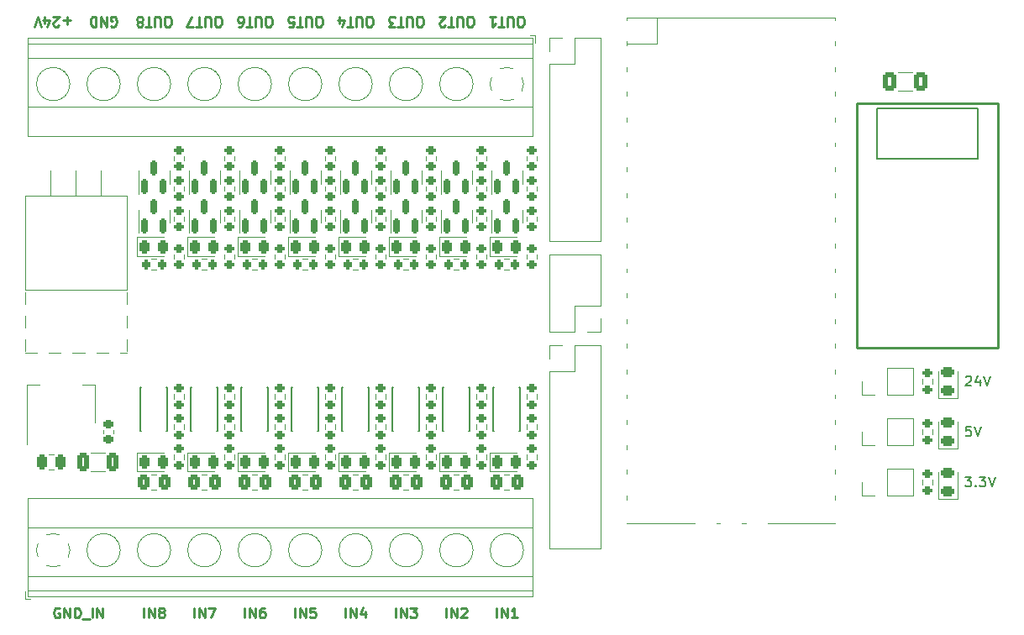
<source format=gbr>
%TF.GenerationSoftware,KiCad,Pcbnew,(6.0.11)*%
%TF.CreationDate,2023-03-20T13:43:10+01:00*%
%TF.ProjectId,Triggerbox_Deluxe,54726967-6765-4726-926f-785f44656c75,rev?*%
%TF.SameCoordinates,Original*%
%TF.FileFunction,Legend,Top*%
%TF.FilePolarity,Positive*%
%FSLAX46Y46*%
G04 Gerber Fmt 4.6, Leading zero omitted, Abs format (unit mm)*
G04 Created by KiCad (PCBNEW (6.0.11)) date 2023-03-20 13:43:10*
%MOMM*%
%LPD*%
G01*
G04 APERTURE LIST*
G04 Aperture macros list*
%AMRoundRect*
0 Rectangle with rounded corners*
0 $1 Rounding radius*
0 $2 $3 $4 $5 $6 $7 $8 $9 X,Y pos of 4 corners*
0 Add a 4 corners polygon primitive as box body*
4,1,4,$2,$3,$4,$5,$6,$7,$8,$9,$2,$3,0*
0 Add four circle primitives for the rounded corners*
1,1,$1+$1,$2,$3*
1,1,$1+$1,$4,$5*
1,1,$1+$1,$6,$7*
1,1,$1+$1,$8,$9*
0 Add four rect primitives between the rounded corners*
20,1,$1+$1,$2,$3,$4,$5,0*
20,1,$1+$1,$4,$5,$6,$7,0*
20,1,$1+$1,$6,$7,$8,$9,0*
20,1,$1+$1,$8,$9,$2,$3,0*%
G04 Aperture macros list end*
%ADD10C,0.250000*%
%ADD11C,0.150000*%
%ADD12C,0.120000*%
%ADD13C,0.127000*%
%ADD14C,0.200000*%
%ADD15C,0.152400*%
%ADD16C,0.254000*%
%ADD17R,1.727200X1.727200*%
%ADD18O,1.727200X1.727200*%
%ADD19RoundRect,0.200000X-0.275000X0.200000X-0.275000X-0.200000X0.275000X-0.200000X0.275000X0.200000X0*%
%ADD20C,5.600000*%
%ADD21R,0.600000X1.500000*%
%ADD22RoundRect,0.243750X-0.243750X-0.456250X0.243750X-0.456250X0.243750X0.456250X-0.243750X0.456250X0*%
%ADD23RoundRect,0.200000X0.275000X-0.200000X0.275000X0.200000X-0.275000X0.200000X-0.275000X-0.200000X0*%
%ADD24R,1.700000X1.700000*%
%ADD25O,1.700000X1.700000*%
%ADD26RoundRect,0.200000X0.200000X0.275000X-0.200000X0.275000X-0.200000X-0.275000X0.200000X-0.275000X0*%
%ADD27RoundRect,0.243750X0.456250X-0.243750X0.456250X0.243750X-0.456250X0.243750X-0.456250X-0.243750X0*%
%ADD28RoundRect,0.250000X0.337500X0.475000X-0.337500X0.475000X-0.337500X-0.475000X0.337500X-0.475000X0*%
%ADD29RoundRect,0.150000X0.150000X-0.587500X0.150000X0.587500X-0.150000X0.587500X-0.150000X-0.587500X0*%
%ADD30O,3.500000X3.500000*%
%ADD31R,1.905000X2.000000*%
%ADD32O,1.905000X2.000000*%
%ADD33O,1.500000X1.500000*%
%ADD34O,1.800000X1.800000*%
%ADD35R,3.500000X1.700000*%
%ADD36R,1.700000X3.500000*%
%ADD37RoundRect,0.250000X0.250000X0.475000X-0.250000X0.475000X-0.250000X-0.475000X0.250000X-0.475000X0*%
%ADD38RoundRect,0.250000X-0.412500X-0.650000X0.412500X-0.650000X0.412500X0.650000X-0.412500X0.650000X0*%
%ADD39RoundRect,0.250000X-0.325000X-0.650000X0.325000X-0.650000X0.325000X0.650000X-0.325000X0.650000X0*%
%ADD40R,2.600000X2.600000*%
%ADD41C,2.600000*%
%ADD42RoundRect,0.225000X0.250000X-0.225000X0.250000X0.225000X-0.250000X0.225000X-0.250000X-0.225000X0*%
%ADD43R,1.500000X2.000000*%
%ADD44R,3.800000X2.000000*%
G04 APERTURE END LIST*
D10*
X56133904Y-68318000D02*
X56229142Y-68365619D01*
X56372000Y-68365619D01*
X56514857Y-68318000D01*
X56610095Y-68222761D01*
X56657714Y-68127523D01*
X56705333Y-67937047D01*
X56705333Y-67794190D01*
X56657714Y-67603714D01*
X56610095Y-67508476D01*
X56514857Y-67413238D01*
X56372000Y-67365619D01*
X56276761Y-67365619D01*
X56133904Y-67413238D01*
X56086285Y-67460857D01*
X56086285Y-67794190D01*
X56276761Y-67794190D01*
X55657714Y-67365619D02*
X55657714Y-68365619D01*
X55086285Y-67365619D01*
X55086285Y-68365619D01*
X54610095Y-67365619D02*
X54610095Y-68365619D01*
X54372000Y-68365619D01*
X54229142Y-68318000D01*
X54133904Y-68222761D01*
X54086285Y-68127523D01*
X54038666Y-67937047D01*
X54038666Y-67794190D01*
X54086285Y-67603714D01*
X54133904Y-67508476D01*
X54229142Y-67413238D01*
X54372000Y-67365619D01*
X54610095Y-67365619D01*
D11*
X142226357Y-113752380D02*
X142845404Y-113752380D01*
X142512071Y-114133333D01*
X142654928Y-114133333D01*
X142750166Y-114180952D01*
X142797785Y-114228571D01*
X142845404Y-114323809D01*
X142845404Y-114561904D01*
X142797785Y-114657142D01*
X142750166Y-114704761D01*
X142654928Y-114752380D01*
X142369214Y-114752380D01*
X142273976Y-114704761D01*
X142226357Y-114657142D01*
X143273976Y-114657142D02*
X143321595Y-114704761D01*
X143273976Y-114752380D01*
X143226357Y-114704761D01*
X143273976Y-114657142D01*
X143273976Y-114752380D01*
X143654928Y-113752380D02*
X144273976Y-113752380D01*
X143940642Y-114133333D01*
X144083500Y-114133333D01*
X144178738Y-114180952D01*
X144226357Y-114228571D01*
X144273976Y-114323809D01*
X144273976Y-114561904D01*
X144226357Y-114657142D01*
X144178738Y-114704761D01*
X144083500Y-114752380D01*
X143797785Y-114752380D01*
X143702547Y-114704761D01*
X143654928Y-114657142D01*
X144559690Y-113752380D02*
X144893023Y-114752380D01*
X145226357Y-113752380D01*
D10*
X95012000Y-127960380D02*
X95012000Y-126960380D01*
X95488190Y-127960380D02*
X95488190Y-126960380D01*
X96059619Y-127960380D01*
X96059619Y-126960380D01*
X97059619Y-127960380D02*
X96488190Y-127960380D01*
X96773904Y-127960380D02*
X96773904Y-126960380D01*
X96678666Y-127103238D01*
X96583428Y-127198476D01*
X96488190Y-127246095D01*
X72088190Y-68365619D02*
X71897714Y-68365619D01*
X71802476Y-68318000D01*
X71707238Y-68222761D01*
X71659619Y-68032285D01*
X71659619Y-67698952D01*
X71707238Y-67508476D01*
X71802476Y-67413238D01*
X71897714Y-67365619D01*
X72088190Y-67365619D01*
X72183428Y-67413238D01*
X72278666Y-67508476D01*
X72326285Y-67698952D01*
X72326285Y-68032285D01*
X72278666Y-68222761D01*
X72183428Y-68318000D01*
X72088190Y-68365619D01*
X71231047Y-68365619D02*
X71231047Y-67556095D01*
X71183428Y-67460857D01*
X71135809Y-67413238D01*
X71040571Y-67365619D01*
X70850095Y-67365619D01*
X70754857Y-67413238D01*
X70707238Y-67460857D01*
X70659619Y-67556095D01*
X70659619Y-68365619D01*
X70326285Y-68365619D02*
X69754857Y-68365619D01*
X70040571Y-67365619D02*
X70040571Y-68365619D01*
X68992952Y-68365619D02*
X69183428Y-68365619D01*
X69278666Y-68318000D01*
X69326285Y-68270380D01*
X69421523Y-68127523D01*
X69469142Y-67937047D01*
X69469142Y-67556095D01*
X69421523Y-67460857D01*
X69373904Y-67413238D01*
X69278666Y-67365619D01*
X69088190Y-67365619D01*
X68992952Y-67413238D01*
X68945333Y-67460857D01*
X68897714Y-67556095D01*
X68897714Y-67794190D01*
X68945333Y-67889428D01*
X68992952Y-67937047D01*
X69088190Y-67984666D01*
X69278666Y-67984666D01*
X69373904Y-67937047D01*
X69421523Y-67889428D01*
X69469142Y-67794190D01*
X84852000Y-127960380D02*
X84852000Y-126960380D01*
X85328190Y-127960380D02*
X85328190Y-126960380D01*
X85899619Y-127960380D01*
X85899619Y-126960380D01*
X86280571Y-126960380D02*
X86899619Y-126960380D01*
X86566285Y-127341333D01*
X86709142Y-127341333D01*
X86804380Y-127388952D01*
X86852000Y-127436571D01*
X86899619Y-127531809D01*
X86899619Y-127769904D01*
X86852000Y-127865142D01*
X86804380Y-127912761D01*
X86709142Y-127960380D01*
X86423428Y-127960380D01*
X86328190Y-127912761D01*
X86280571Y-127865142D01*
X61928190Y-68365619D02*
X61737714Y-68365619D01*
X61642476Y-68318000D01*
X61547238Y-68222761D01*
X61499619Y-68032285D01*
X61499619Y-67698952D01*
X61547238Y-67508476D01*
X61642476Y-67413238D01*
X61737714Y-67365619D01*
X61928190Y-67365619D01*
X62023428Y-67413238D01*
X62118666Y-67508476D01*
X62166285Y-67698952D01*
X62166285Y-68032285D01*
X62118666Y-68222761D01*
X62023428Y-68318000D01*
X61928190Y-68365619D01*
X61071047Y-68365619D02*
X61071047Y-67556095D01*
X61023428Y-67460857D01*
X60975809Y-67413238D01*
X60880571Y-67365619D01*
X60690095Y-67365619D01*
X60594857Y-67413238D01*
X60547238Y-67460857D01*
X60499619Y-67556095D01*
X60499619Y-68365619D01*
X60166285Y-68365619D02*
X59594857Y-68365619D01*
X59880571Y-67365619D02*
X59880571Y-68365619D01*
X59118666Y-67937047D02*
X59213904Y-67984666D01*
X59261523Y-68032285D01*
X59309142Y-68127523D01*
X59309142Y-68175142D01*
X59261523Y-68270380D01*
X59213904Y-68318000D01*
X59118666Y-68365619D01*
X58928190Y-68365619D01*
X58832952Y-68318000D01*
X58785333Y-68270380D01*
X58737714Y-68175142D01*
X58737714Y-68127523D01*
X58785333Y-68032285D01*
X58832952Y-67984666D01*
X58928190Y-67937047D01*
X59118666Y-67937047D01*
X59213904Y-67889428D01*
X59261523Y-67841809D01*
X59309142Y-67746571D01*
X59309142Y-67556095D01*
X59261523Y-67460857D01*
X59213904Y-67413238D01*
X59118666Y-67365619D01*
X58928190Y-67365619D01*
X58832952Y-67413238D01*
X58785333Y-67460857D01*
X58737714Y-67556095D01*
X58737714Y-67746571D01*
X58785333Y-67841809D01*
X58832952Y-67889428D01*
X58928190Y-67937047D01*
X82248190Y-68365619D02*
X82057714Y-68365619D01*
X81962476Y-68318000D01*
X81867238Y-68222761D01*
X81819619Y-68032285D01*
X81819619Y-67698952D01*
X81867238Y-67508476D01*
X81962476Y-67413238D01*
X82057714Y-67365619D01*
X82248190Y-67365619D01*
X82343428Y-67413238D01*
X82438666Y-67508476D01*
X82486285Y-67698952D01*
X82486285Y-68032285D01*
X82438666Y-68222761D01*
X82343428Y-68318000D01*
X82248190Y-68365619D01*
X81391047Y-68365619D02*
X81391047Y-67556095D01*
X81343428Y-67460857D01*
X81295809Y-67413238D01*
X81200571Y-67365619D01*
X81010095Y-67365619D01*
X80914857Y-67413238D01*
X80867238Y-67460857D01*
X80819619Y-67556095D01*
X80819619Y-68365619D01*
X80486285Y-68365619D02*
X79914857Y-68365619D01*
X80200571Y-67365619D02*
X80200571Y-68365619D01*
X79152952Y-68032285D02*
X79152952Y-67365619D01*
X79391047Y-68413238D02*
X79629142Y-67698952D01*
X79010095Y-67698952D01*
X50927238Y-127008000D02*
X50832000Y-126960380D01*
X50689142Y-126960380D01*
X50546285Y-127008000D01*
X50451047Y-127103238D01*
X50403428Y-127198476D01*
X50355809Y-127388952D01*
X50355809Y-127531809D01*
X50403428Y-127722285D01*
X50451047Y-127817523D01*
X50546285Y-127912761D01*
X50689142Y-127960380D01*
X50784380Y-127960380D01*
X50927238Y-127912761D01*
X50974857Y-127865142D01*
X50974857Y-127531809D01*
X50784380Y-127531809D01*
X51403428Y-127960380D02*
X51403428Y-126960380D01*
X51974857Y-127960380D01*
X51974857Y-126960380D01*
X52451047Y-127960380D02*
X52451047Y-126960380D01*
X52689142Y-126960380D01*
X52832000Y-127008000D01*
X52927238Y-127103238D01*
X52974857Y-127198476D01*
X53022476Y-127388952D01*
X53022476Y-127531809D01*
X52974857Y-127722285D01*
X52927238Y-127817523D01*
X52832000Y-127912761D01*
X52689142Y-127960380D01*
X52451047Y-127960380D01*
X53212952Y-128055619D02*
X53974857Y-128055619D01*
X54212952Y-127960380D02*
X54212952Y-126960380D01*
X54689142Y-127960380D02*
X54689142Y-126960380D01*
X55260571Y-127960380D01*
X55260571Y-126960380D01*
X59452000Y-127960380D02*
X59452000Y-126960380D01*
X59928190Y-127960380D02*
X59928190Y-126960380D01*
X60499619Y-127960380D01*
X60499619Y-126960380D01*
X61118666Y-127388952D02*
X61023428Y-127341333D01*
X60975809Y-127293714D01*
X60928190Y-127198476D01*
X60928190Y-127150857D01*
X60975809Y-127055619D01*
X61023428Y-127008000D01*
X61118666Y-126960380D01*
X61309142Y-126960380D01*
X61404380Y-127008000D01*
X61452000Y-127055619D01*
X61499619Y-127150857D01*
X61499619Y-127198476D01*
X61452000Y-127293714D01*
X61404380Y-127341333D01*
X61309142Y-127388952D01*
X61118666Y-127388952D01*
X61023428Y-127436571D01*
X60975809Y-127484190D01*
X60928190Y-127579428D01*
X60928190Y-127769904D01*
X60975809Y-127865142D01*
X61023428Y-127912761D01*
X61118666Y-127960380D01*
X61309142Y-127960380D01*
X61404380Y-127912761D01*
X61452000Y-127865142D01*
X61499619Y-127769904D01*
X61499619Y-127579428D01*
X61452000Y-127484190D01*
X61404380Y-127436571D01*
X61309142Y-127388952D01*
X52053904Y-67746571D02*
X51292000Y-67746571D01*
X51672952Y-67365619D02*
X51672952Y-68127523D01*
X50863428Y-68270380D02*
X50815809Y-68318000D01*
X50720571Y-68365619D01*
X50482476Y-68365619D01*
X50387238Y-68318000D01*
X50339619Y-68270380D01*
X50292000Y-68175142D01*
X50292000Y-68079904D01*
X50339619Y-67937047D01*
X50911047Y-67365619D01*
X50292000Y-67365619D01*
X49434857Y-68032285D02*
X49434857Y-67365619D01*
X49672952Y-68413238D02*
X49911047Y-67698952D01*
X49292000Y-67698952D01*
X49053904Y-68365619D02*
X48720571Y-67365619D01*
X48387238Y-68365619D01*
X69612000Y-127960380D02*
X69612000Y-126960380D01*
X70088190Y-127960380D02*
X70088190Y-126960380D01*
X70659619Y-127960380D01*
X70659619Y-126960380D01*
X71564380Y-126960380D02*
X71373904Y-126960380D01*
X71278666Y-127008000D01*
X71231047Y-127055619D01*
X71135809Y-127198476D01*
X71088190Y-127388952D01*
X71088190Y-127769904D01*
X71135809Y-127865142D01*
X71183428Y-127912761D01*
X71278666Y-127960380D01*
X71469142Y-127960380D01*
X71564380Y-127912761D01*
X71612000Y-127865142D01*
X71659619Y-127769904D01*
X71659619Y-127531809D01*
X71612000Y-127436571D01*
X71564380Y-127388952D01*
X71469142Y-127341333D01*
X71278666Y-127341333D01*
X71183428Y-127388952D01*
X71135809Y-127436571D01*
X71088190Y-127531809D01*
X79772000Y-127960380D02*
X79772000Y-126960380D01*
X80248190Y-127960380D02*
X80248190Y-126960380D01*
X80819619Y-127960380D01*
X80819619Y-126960380D01*
X81724380Y-127293714D02*
X81724380Y-127960380D01*
X81486285Y-126912761D02*
X81248190Y-127627047D01*
X81867238Y-127627047D01*
X67008190Y-68365619D02*
X66817714Y-68365619D01*
X66722476Y-68318000D01*
X66627238Y-68222761D01*
X66579619Y-68032285D01*
X66579619Y-67698952D01*
X66627238Y-67508476D01*
X66722476Y-67413238D01*
X66817714Y-67365619D01*
X67008190Y-67365619D01*
X67103428Y-67413238D01*
X67198666Y-67508476D01*
X67246285Y-67698952D01*
X67246285Y-68032285D01*
X67198666Y-68222761D01*
X67103428Y-68318000D01*
X67008190Y-68365619D01*
X66151047Y-68365619D02*
X66151047Y-67556095D01*
X66103428Y-67460857D01*
X66055809Y-67413238D01*
X65960571Y-67365619D01*
X65770095Y-67365619D01*
X65674857Y-67413238D01*
X65627238Y-67460857D01*
X65579619Y-67556095D01*
X65579619Y-68365619D01*
X65246285Y-68365619D02*
X64674857Y-68365619D01*
X64960571Y-67365619D02*
X64960571Y-68365619D01*
X64436761Y-68365619D02*
X63770095Y-68365619D01*
X64198666Y-67365619D01*
D11*
X142273976Y-103687619D02*
X142321595Y-103640000D01*
X142416833Y-103592380D01*
X142654928Y-103592380D01*
X142750166Y-103640000D01*
X142797785Y-103687619D01*
X142845404Y-103782857D01*
X142845404Y-103878095D01*
X142797785Y-104020952D01*
X142226357Y-104592380D01*
X142845404Y-104592380D01*
X143702547Y-103925714D02*
X143702547Y-104592380D01*
X143464452Y-103544761D02*
X143226357Y-104259047D01*
X143845404Y-104259047D01*
X144083500Y-103592380D02*
X144416833Y-104592380D01*
X144750166Y-103592380D01*
D10*
X89932000Y-127960380D02*
X89932000Y-126960380D01*
X90408190Y-127960380D02*
X90408190Y-126960380D01*
X90979619Y-127960380D01*
X90979619Y-126960380D01*
X91408190Y-127055619D02*
X91455809Y-127008000D01*
X91551047Y-126960380D01*
X91789142Y-126960380D01*
X91884380Y-127008000D01*
X91932000Y-127055619D01*
X91979619Y-127150857D01*
X91979619Y-127246095D01*
X91932000Y-127388952D01*
X91360571Y-127960380D01*
X91979619Y-127960380D01*
X92408190Y-68365619D02*
X92217714Y-68365619D01*
X92122476Y-68318000D01*
X92027238Y-68222761D01*
X91979619Y-68032285D01*
X91979619Y-67698952D01*
X92027238Y-67508476D01*
X92122476Y-67413238D01*
X92217714Y-67365619D01*
X92408190Y-67365619D01*
X92503428Y-67413238D01*
X92598666Y-67508476D01*
X92646285Y-67698952D01*
X92646285Y-68032285D01*
X92598666Y-68222761D01*
X92503428Y-68318000D01*
X92408190Y-68365619D01*
X91551047Y-68365619D02*
X91551047Y-67556095D01*
X91503428Y-67460857D01*
X91455809Y-67413238D01*
X91360571Y-67365619D01*
X91170095Y-67365619D01*
X91074857Y-67413238D01*
X91027238Y-67460857D01*
X90979619Y-67556095D01*
X90979619Y-68365619D01*
X90646285Y-68365619D02*
X90074857Y-68365619D01*
X90360571Y-67365619D02*
X90360571Y-68365619D01*
X89789142Y-68270380D02*
X89741523Y-68318000D01*
X89646285Y-68365619D01*
X89408190Y-68365619D01*
X89312952Y-68318000D01*
X89265333Y-68270380D01*
X89217714Y-68175142D01*
X89217714Y-68079904D01*
X89265333Y-67937047D01*
X89836761Y-67365619D01*
X89217714Y-67365619D01*
X74692000Y-127960380D02*
X74692000Y-126960380D01*
X75168190Y-127960380D02*
X75168190Y-126960380D01*
X75739619Y-127960380D01*
X75739619Y-126960380D01*
X76692000Y-126960380D02*
X76215809Y-126960380D01*
X76168190Y-127436571D01*
X76215809Y-127388952D01*
X76311047Y-127341333D01*
X76549142Y-127341333D01*
X76644380Y-127388952D01*
X76692000Y-127436571D01*
X76739619Y-127531809D01*
X76739619Y-127769904D01*
X76692000Y-127865142D01*
X76644380Y-127912761D01*
X76549142Y-127960380D01*
X76311047Y-127960380D01*
X76215809Y-127912761D01*
X76168190Y-127865142D01*
D11*
X142797785Y-108672380D02*
X142321595Y-108672380D01*
X142273976Y-109148571D01*
X142321595Y-109100952D01*
X142416833Y-109053333D01*
X142654928Y-109053333D01*
X142750166Y-109100952D01*
X142797785Y-109148571D01*
X142845404Y-109243809D01*
X142845404Y-109481904D01*
X142797785Y-109577142D01*
X142750166Y-109624761D01*
X142654928Y-109672380D01*
X142416833Y-109672380D01*
X142321595Y-109624761D01*
X142273976Y-109577142D01*
X143131119Y-108672380D02*
X143464452Y-109672380D01*
X143797785Y-108672380D01*
D10*
X64532000Y-127960380D02*
X64532000Y-126960380D01*
X65008190Y-127960380D02*
X65008190Y-126960380D01*
X65579619Y-127960380D01*
X65579619Y-126960380D01*
X65960571Y-126960380D02*
X66627238Y-126960380D01*
X66198666Y-127960380D01*
X87328190Y-68365619D02*
X87137714Y-68365619D01*
X87042476Y-68318000D01*
X86947238Y-68222761D01*
X86899619Y-68032285D01*
X86899619Y-67698952D01*
X86947238Y-67508476D01*
X87042476Y-67413238D01*
X87137714Y-67365619D01*
X87328190Y-67365619D01*
X87423428Y-67413238D01*
X87518666Y-67508476D01*
X87566285Y-67698952D01*
X87566285Y-68032285D01*
X87518666Y-68222761D01*
X87423428Y-68318000D01*
X87328190Y-68365619D01*
X86471047Y-68365619D02*
X86471047Y-67556095D01*
X86423428Y-67460857D01*
X86375809Y-67413238D01*
X86280571Y-67365619D01*
X86090095Y-67365619D01*
X85994857Y-67413238D01*
X85947238Y-67460857D01*
X85899619Y-67556095D01*
X85899619Y-68365619D01*
X85566285Y-68365619D02*
X84994857Y-68365619D01*
X85280571Y-67365619D02*
X85280571Y-68365619D01*
X84756761Y-68365619D02*
X84137714Y-68365619D01*
X84471047Y-67984666D01*
X84328190Y-67984666D01*
X84232952Y-67937047D01*
X84185333Y-67889428D01*
X84137714Y-67794190D01*
X84137714Y-67556095D01*
X84185333Y-67460857D01*
X84232952Y-67413238D01*
X84328190Y-67365619D01*
X84613904Y-67365619D01*
X84709142Y-67413238D01*
X84756761Y-67460857D01*
X97488190Y-68365619D02*
X97297714Y-68365619D01*
X97202476Y-68318000D01*
X97107238Y-68222761D01*
X97059619Y-68032285D01*
X97059619Y-67698952D01*
X97107238Y-67508476D01*
X97202476Y-67413238D01*
X97297714Y-67365619D01*
X97488190Y-67365619D01*
X97583428Y-67413238D01*
X97678666Y-67508476D01*
X97726285Y-67698952D01*
X97726285Y-68032285D01*
X97678666Y-68222761D01*
X97583428Y-68318000D01*
X97488190Y-68365619D01*
X96631047Y-68365619D02*
X96631047Y-67556095D01*
X96583428Y-67460857D01*
X96535809Y-67413238D01*
X96440571Y-67365619D01*
X96250095Y-67365619D01*
X96154857Y-67413238D01*
X96107238Y-67460857D01*
X96059619Y-67556095D01*
X96059619Y-68365619D01*
X95726285Y-68365619D02*
X95154857Y-68365619D01*
X95440571Y-67365619D02*
X95440571Y-68365619D01*
X94297714Y-67365619D02*
X94869142Y-67365619D01*
X94583428Y-67365619D02*
X94583428Y-68365619D01*
X94678666Y-68222761D01*
X94773904Y-68127523D01*
X94869142Y-68079904D01*
X77168190Y-68365619D02*
X76977714Y-68365619D01*
X76882476Y-68318000D01*
X76787238Y-68222761D01*
X76739619Y-68032285D01*
X76739619Y-67698952D01*
X76787238Y-67508476D01*
X76882476Y-67413238D01*
X76977714Y-67365619D01*
X77168190Y-67365619D01*
X77263428Y-67413238D01*
X77358666Y-67508476D01*
X77406285Y-67698952D01*
X77406285Y-68032285D01*
X77358666Y-68222761D01*
X77263428Y-68318000D01*
X77168190Y-68365619D01*
X76311047Y-68365619D02*
X76311047Y-67556095D01*
X76263428Y-67460857D01*
X76215809Y-67413238D01*
X76120571Y-67365619D01*
X75930095Y-67365619D01*
X75834857Y-67413238D01*
X75787238Y-67460857D01*
X75739619Y-67556095D01*
X75739619Y-68365619D01*
X75406285Y-68365619D02*
X74834857Y-68365619D01*
X75120571Y-67365619D02*
X75120571Y-68365619D01*
X74025333Y-68365619D02*
X74501523Y-68365619D01*
X74549142Y-67889428D01*
X74501523Y-67937047D01*
X74406285Y-67984666D01*
X74168190Y-67984666D01*
X74072952Y-67937047D01*
X74025333Y-67889428D01*
X73977714Y-67794190D01*
X73977714Y-67556095D01*
X74025333Y-67460857D01*
X74072952Y-67413238D01*
X74168190Y-67365619D01*
X74406285Y-67365619D01*
X74501523Y-67413238D01*
X74549142Y-67460857D01*
D12*
%TO.C,R1*%
X62469500Y-84471742D02*
X62469500Y-84946258D01*
X63514500Y-84471742D02*
X63514500Y-84946258D01*
%TO.C,R17*%
X73674500Y-87519742D02*
X73674500Y-87994258D01*
X72629500Y-87519742D02*
X72629500Y-87994258D01*
D13*
%TO.C,U6*%
X87202000Y-109134000D02*
X87107000Y-109134000D01*
X84597000Y-104734000D02*
X84502000Y-104734000D01*
X84502000Y-109134000D02*
X84597000Y-109134000D01*
X87202000Y-104734000D02*
X87107000Y-104734000D01*
X84502000Y-104734000D02*
X84502000Y-109134000D01*
X87202000Y-109134000D02*
X87202000Y-104734000D01*
D14*
X85317000Y-111859000D02*
G75*
G03*
X85317000Y-111859000I-100000J0D01*
G01*
D12*
%TO.C,D7*%
X89247000Y-91511000D02*
X91932000Y-91511000D01*
X91932000Y-89591000D02*
X89247000Y-89591000D01*
X89247000Y-89591000D02*
X89247000Y-91511000D01*
%TO.C,R51*%
X82789500Y-105901258D02*
X82789500Y-105426742D01*
X83834500Y-105901258D02*
X83834500Y-105426742D01*
%TO.C,JP3*%
X134361000Y-105470000D02*
X136961000Y-105470000D01*
X134361000Y-102810000D02*
X136961000Y-102810000D01*
X131761000Y-105470000D02*
X131761000Y-104140000D01*
X134361000Y-105470000D02*
X134361000Y-102810000D01*
X136961000Y-105470000D02*
X136961000Y-102810000D01*
X133091000Y-105470000D02*
X131761000Y-105470000D01*
%TO.C,R6*%
X68594500Y-91804258D02*
X68594500Y-91329742D01*
X67549500Y-91804258D02*
X67549500Y-91329742D01*
%TO.C,R37*%
X92949500Y-87519742D02*
X92949500Y-87994258D01*
X93994500Y-87519742D02*
X93994500Y-87994258D01*
%TO.C,R53*%
X78754500Y-111997258D02*
X78754500Y-111522742D01*
X77709500Y-111997258D02*
X77709500Y-111522742D01*
D13*
%TO.C,U11*%
X59102000Y-109134000D02*
X59197000Y-109134000D01*
X59102000Y-104734000D02*
X59102000Y-109134000D01*
X61802000Y-104734000D02*
X61707000Y-104734000D01*
X59197000Y-104734000D02*
X59102000Y-104734000D01*
X61802000Y-109134000D02*
X61802000Y-104734000D01*
X61802000Y-109134000D02*
X61707000Y-109134000D01*
D14*
X59917000Y-111859000D02*
G75*
G03*
X59917000Y-111859000I-100000J0D01*
G01*
D13*
%TO.C,U9*%
X71962000Y-109134000D02*
X71867000Y-109134000D01*
X69262000Y-104734000D02*
X69262000Y-109134000D01*
X71962000Y-109134000D02*
X71962000Y-104734000D01*
X71962000Y-104734000D02*
X71867000Y-104734000D01*
X69357000Y-104734000D02*
X69262000Y-104734000D01*
X69262000Y-109134000D02*
X69357000Y-109134000D01*
D14*
X70077000Y-111859000D02*
G75*
G03*
X70077000Y-111859000I-100000J0D01*
G01*
D13*
%TO.C,U4*%
X97362000Y-109134000D02*
X97362000Y-104734000D01*
X94757000Y-104734000D02*
X94662000Y-104734000D01*
X94662000Y-109134000D02*
X94757000Y-109134000D01*
X97362000Y-104734000D02*
X97267000Y-104734000D01*
X97362000Y-109134000D02*
X97267000Y-109134000D01*
X94662000Y-104734000D02*
X94662000Y-109134000D01*
D14*
X95477000Y-111859000D02*
G75*
G03*
X95477000Y-111859000I-100000J0D01*
G01*
D12*
%TO.C,R55*%
X77709500Y-108474742D02*
X77709500Y-108949258D01*
X78754500Y-108474742D02*
X78754500Y-108949258D01*
%TO.C,R29*%
X81009258Y-92851500D02*
X80534742Y-92851500D01*
X81009258Y-91806500D02*
X80534742Y-91806500D01*
%TO.C,R58*%
X72629500Y-108474742D02*
X72629500Y-108949258D01*
X73674500Y-108474742D02*
X73674500Y-108949258D01*
%TO.C,JP1*%
X134361000Y-115630000D02*
X134361000Y-112970000D01*
X136961000Y-115630000D02*
X136961000Y-112970000D01*
X133091000Y-115630000D02*
X131761000Y-115630000D01*
X131761000Y-115630000D02*
X131761000Y-114300000D01*
X134361000Y-112970000D02*
X136961000Y-112970000D01*
X134361000Y-115630000D02*
X136961000Y-115630000D01*
D13*
%TO.C,U5*%
X92282000Y-109134000D02*
X92282000Y-104734000D01*
X89582000Y-109134000D02*
X89677000Y-109134000D01*
X92282000Y-109134000D02*
X92187000Y-109134000D01*
X92282000Y-104734000D02*
X92187000Y-104734000D01*
X89677000Y-104734000D02*
X89582000Y-104734000D01*
X89582000Y-104734000D02*
X89582000Y-109134000D01*
D14*
X90397000Y-111859000D02*
G75*
G03*
X90397000Y-111859000I-100000J0D01*
G01*
D15*
%TO.C,U3*%
X143510000Y-81661000D02*
X143510000Y-79121000D01*
X143510000Y-76581000D02*
X140970000Y-76581000D01*
X140970000Y-76581000D02*
X133350000Y-76581000D01*
X143510000Y-79121000D02*
X143510000Y-76581000D01*
D16*
X131318000Y-100711000D02*
X131318000Y-76073000D01*
X131318000Y-76073000D02*
X145542000Y-76073000D01*
D15*
X133350000Y-81661000D02*
X143510000Y-81661000D01*
X133350000Y-76581000D02*
X133350000Y-81661000D01*
D16*
X145542000Y-76073000D02*
X145542000Y-100711000D01*
X145542000Y-100711000D02*
X131318000Y-100711000D01*
D13*
%TO.C,U8*%
X74342000Y-109134000D02*
X74437000Y-109134000D01*
X77042000Y-104734000D02*
X76947000Y-104734000D01*
X74437000Y-104734000D02*
X74342000Y-104734000D01*
X77042000Y-109134000D02*
X77042000Y-104734000D01*
X74342000Y-104734000D02*
X74342000Y-109134000D01*
X77042000Y-109134000D02*
X76947000Y-109134000D01*
D14*
X75157000Y-111859000D02*
G75*
G03*
X75157000Y-111859000I-100000J0D01*
G01*
D12*
%TO.C,D16*%
X61452000Y-111308000D02*
X58767000Y-111308000D01*
X58767000Y-111308000D02*
X58767000Y-113228000D01*
X58767000Y-113228000D02*
X61452000Y-113228000D01*
%TO.C,R18*%
X72629500Y-81898258D02*
X72629500Y-81423742D01*
X73674500Y-81898258D02*
X73674500Y-81423742D01*
%TO.C,R22*%
X88914500Y-84471742D02*
X88914500Y-84946258D01*
X87869500Y-84471742D02*
X87869500Y-84946258D01*
%TO.C,J4*%
X105470000Y-100524000D02*
X105470000Y-120964000D01*
X100270000Y-120964000D02*
X105470000Y-120964000D01*
X100270000Y-100524000D02*
X101600000Y-100524000D01*
X100270000Y-103124000D02*
X100270000Y-120964000D01*
X102870000Y-100524000D02*
X105470000Y-100524000D01*
X100270000Y-103124000D02*
X102870000Y-103124000D01*
X102870000Y-103124000D02*
X102870000Y-100524000D01*
X100270000Y-101854000D02*
X100270000Y-100524000D01*
%TO.C,R47*%
X88914500Y-111997258D02*
X88914500Y-111522742D01*
X87869500Y-111997258D02*
X87869500Y-111522742D01*
%TO.C,J5*%
X105470000Y-69536000D02*
X105470000Y-89976000D01*
X100270000Y-72136000D02*
X102870000Y-72136000D01*
X100270000Y-70866000D02*
X100270000Y-69536000D01*
X100270000Y-89976000D02*
X105470000Y-89976000D01*
X102870000Y-72136000D02*
X102870000Y-69536000D01*
X100270000Y-69536000D02*
X101600000Y-69536000D01*
X100270000Y-72136000D02*
X100270000Y-89976000D01*
X102870000Y-69536000D02*
X105470000Y-69536000D01*
%TO.C,D19*%
X141422000Y-105825000D02*
X141422000Y-103140000D01*
X139502000Y-103140000D02*
X139502000Y-105825000D01*
X139502000Y-105825000D02*
X141422000Y-105825000D01*
%TO.C,R5*%
X62469500Y-91804258D02*
X62469500Y-91329742D01*
X63514500Y-91804258D02*
X63514500Y-91329742D01*
%TO.C,D15*%
X63847000Y-113228000D02*
X66532000Y-113228000D01*
X63847000Y-111308000D02*
X63847000Y-113228000D01*
X66532000Y-111308000D02*
X63847000Y-111308000D01*
%TO.C,D8*%
X94327000Y-89591000D02*
X94327000Y-91511000D01*
X97012000Y-89591000D02*
X94327000Y-89591000D01*
X94327000Y-91511000D02*
X97012000Y-91511000D01*
%TO.C,C11*%
X60713252Y-115035000D02*
X60190748Y-115035000D01*
X60713252Y-113565000D02*
X60190748Y-113565000D01*
%TO.C,R11*%
X70849258Y-92851500D02*
X70374742Y-92851500D01*
X70849258Y-91806500D02*
X70374742Y-91806500D01*
%TO.C,R38*%
X92949500Y-81898258D02*
X92949500Y-81423742D01*
X93994500Y-81898258D02*
X93994500Y-81423742D01*
%TO.C,C9*%
X70873252Y-115035000D02*
X70350748Y-115035000D01*
X70873252Y-113565000D02*
X70350748Y-113565000D01*
%TO.C,R56*%
X73674500Y-111997258D02*
X73674500Y-111522742D01*
X72629500Y-111997258D02*
X72629500Y-111522742D01*
%TO.C,C7*%
X81033252Y-115035000D02*
X80510748Y-115035000D01*
X81033252Y-113565000D02*
X80510748Y-113565000D01*
%TO.C,D3*%
X68927000Y-89591000D02*
X68927000Y-91511000D01*
X68927000Y-91511000D02*
X71612000Y-91511000D01*
X71612000Y-89591000D02*
X68927000Y-89591000D01*
%TO.C,Q12*%
X94452000Y-83566000D02*
X94452000Y-85241000D01*
X97572000Y-83566000D02*
X97572000Y-82916000D01*
X97572000Y-83566000D02*
X97572000Y-84216000D01*
X94452000Y-83566000D02*
X94452000Y-82916000D01*
%TO.C,R46*%
X93994500Y-108474742D02*
X93994500Y-108949258D01*
X92949500Y-108474742D02*
X92949500Y-108949258D01*
%TO.C,D6*%
X84167000Y-89591000D02*
X84167000Y-91511000D01*
X86852000Y-89591000D02*
X84167000Y-89591000D01*
X84167000Y-91511000D02*
X86852000Y-91511000D01*
%TO.C,IC1*%
X47458000Y-94882000D02*
X57698000Y-94882000D01*
X47458000Y-95122000D02*
X47458000Y-96322000D01*
X57698000Y-97522000D02*
X57698000Y-98722000D01*
X57698000Y-85392000D02*
X57698000Y-94882000D01*
X57058000Y-101282000D02*
X57698000Y-101282000D01*
X55118000Y-82852000D02*
X55118000Y-85392000D01*
X47458000Y-85392000D02*
X47458000Y-94882000D01*
X47458000Y-97522000D02*
X47458000Y-98722000D01*
X57698000Y-99922000D02*
X57698000Y-101122000D01*
X52258000Y-101282000D02*
X53458000Y-101282000D01*
X49857000Y-101282000D02*
X51058000Y-101282000D01*
X47458000Y-85392000D02*
X57698000Y-85392000D01*
X54658000Y-101282000D02*
X55858000Y-101282000D01*
X47458000Y-99922000D02*
X47458000Y-101122000D01*
X52578000Y-82852000D02*
X52578000Y-85392000D01*
X47458000Y-101282000D02*
X48658000Y-101282000D01*
X57698000Y-95122000D02*
X57698000Y-96322000D01*
X50038000Y-82852000D02*
X50038000Y-85392000D01*
%TO.C,Q14*%
X87412000Y-87503000D02*
X87412000Y-86853000D01*
X84292000Y-87503000D02*
X84292000Y-86853000D01*
X84292000Y-87503000D02*
X84292000Y-89178000D01*
X87412000Y-87503000D02*
X87412000Y-88153000D01*
%TO.C,R48*%
X87869500Y-105901258D02*
X87869500Y-105426742D01*
X88914500Y-105901258D02*
X88914500Y-105426742D01*
%TO.C,R65*%
X137907500Y-114537258D02*
X137907500Y-114062742D01*
X138952500Y-114537258D02*
X138952500Y-114062742D01*
%TO.C,R44*%
X93994500Y-111997258D02*
X93994500Y-111522742D01*
X92949500Y-111997258D02*
X92949500Y-111522742D01*
%TO.C,U2*%
X129118000Y-92764000D02*
X129118000Y-93164000D01*
X129118000Y-82564000D02*
X129118000Y-82964000D01*
X108118000Y-67464000D02*
X129118000Y-67464000D01*
X129118000Y-85164000D02*
X129118000Y-85564000D01*
X108118000Y-100364000D02*
X108118000Y-100764000D01*
X108118000Y-82564000D02*
X108118000Y-82964000D01*
X117118000Y-118464000D02*
X117518000Y-118464000D01*
X108118000Y-110564000D02*
X108118000Y-110964000D01*
X129118000Y-97864000D02*
X129118000Y-98264000D01*
X108118000Y-115664000D02*
X108118000Y-116064000D01*
X129118000Y-87664000D02*
X129118000Y-88064000D01*
X108118000Y-67464000D02*
X108118000Y-67764000D01*
X108118000Y-69864000D02*
X108118000Y-70264000D01*
X108118000Y-70131000D02*
X111125000Y-70131000D01*
X108118000Y-102964000D02*
X108118000Y-103364000D01*
X129118000Y-100364000D02*
X129118000Y-100764000D01*
X129118000Y-108064000D02*
X129118000Y-108464000D01*
X114918000Y-118464000D02*
X108118000Y-118464000D01*
X108118000Y-77564000D02*
X108118000Y-77964000D01*
X108118000Y-105464000D02*
X108118000Y-105864000D01*
X129118000Y-105464000D02*
X129118000Y-105864000D01*
X108118000Y-85164000D02*
X108118000Y-85564000D01*
X129118000Y-118464000D02*
X122318000Y-118464000D01*
X129118000Y-77564000D02*
X129118000Y-77964000D01*
X129118000Y-110564000D02*
X129118000Y-110964000D01*
X108118000Y-92764000D02*
X108118000Y-93164000D01*
X129118000Y-113064000D02*
X129118000Y-113464000D01*
X129118000Y-90264000D02*
X129118000Y-90664000D01*
X129118000Y-69864000D02*
X129118000Y-70264000D01*
X108118000Y-80064000D02*
X108118000Y-80464000D01*
X129118000Y-72464000D02*
X129118000Y-72864000D01*
X129118000Y-74964000D02*
X129118000Y-75364000D01*
X129118000Y-115664000D02*
X129118000Y-116064000D01*
X108118000Y-97864000D02*
X108118000Y-98264000D01*
X111125000Y-70131000D02*
X111125000Y-67464000D01*
X108118000Y-87664000D02*
X108118000Y-88064000D01*
X129118000Y-67464000D02*
X129118000Y-67764000D01*
X129118000Y-102964000D02*
X129118000Y-103364000D01*
X108118000Y-113064000D02*
X108118000Y-113464000D01*
X108118000Y-72464000D02*
X108118000Y-72864000D01*
X108118000Y-108064000D02*
X108118000Y-108464000D01*
X108118000Y-74964000D02*
X108118000Y-75364000D01*
X119718000Y-118464000D02*
X120118000Y-118464000D01*
X108118000Y-90264000D02*
X108118000Y-90664000D01*
X108118000Y-95264000D02*
X108118000Y-95664000D01*
X129118000Y-80064000D02*
X129118000Y-80464000D01*
X129118000Y-95264000D02*
X129118000Y-95664000D01*
%TO.C,R42*%
X99074500Y-105901258D02*
X99074500Y-105426742D01*
X98029500Y-105901258D02*
X98029500Y-105426742D01*
%TO.C,R63*%
X62469500Y-105901258D02*
X62469500Y-105426742D01*
X63514500Y-105901258D02*
X63514500Y-105426742D01*
%TO.C,R34*%
X83834500Y-81898258D02*
X83834500Y-81423742D01*
X82789500Y-81898258D02*
X82789500Y-81423742D01*
%TO.C,D13*%
X76692000Y-111308000D02*
X74007000Y-111308000D01*
X74007000Y-113228000D02*
X76692000Y-113228000D01*
X74007000Y-111308000D02*
X74007000Y-113228000D01*
%TO.C,R49*%
X88914500Y-108474742D02*
X88914500Y-108949258D01*
X87869500Y-108474742D02*
X87869500Y-108949258D01*
%TO.C,Q15*%
X89372000Y-87503000D02*
X89372000Y-86853000D01*
X92492000Y-87503000D02*
X92492000Y-88153000D01*
X92492000Y-87503000D02*
X92492000Y-86853000D01*
X89372000Y-87503000D02*
X89372000Y-89178000D01*
%TO.C,R36*%
X88914500Y-81898258D02*
X88914500Y-81423742D01*
X87869500Y-81898258D02*
X87869500Y-81423742D01*
%TO.C,R50*%
X82789500Y-111997258D02*
X82789500Y-111522742D01*
X83834500Y-111997258D02*
X83834500Y-111522742D01*
%TO.C,C2*%
X50365252Y-113003000D02*
X49842748Y-113003000D01*
X50365252Y-111533000D02*
X49842748Y-111533000D01*
D13*
%TO.C,U7*%
X82122000Y-109134000D02*
X82027000Y-109134000D01*
X82122000Y-104734000D02*
X82027000Y-104734000D01*
X79517000Y-104734000D02*
X79422000Y-104734000D01*
X79422000Y-104734000D02*
X79422000Y-109134000D01*
X82122000Y-109134000D02*
X82122000Y-104734000D01*
X79422000Y-109134000D02*
X79517000Y-109134000D01*
D14*
X80237000Y-111859000D02*
G75*
G03*
X80237000Y-111859000I-100000J0D01*
G01*
D12*
%TO.C,R41*%
X99074500Y-111997258D02*
X99074500Y-111522742D01*
X98029500Y-111997258D02*
X98029500Y-111522742D01*
%TO.C,R21*%
X83834500Y-84471742D02*
X83834500Y-84946258D01*
X82789500Y-84471742D02*
X82789500Y-84946258D01*
%TO.C,R35*%
X87869500Y-87519742D02*
X87869500Y-87994258D01*
X88914500Y-87519742D02*
X88914500Y-87994258D01*
%TO.C,D10*%
X89247000Y-113228000D02*
X91932000Y-113228000D01*
X91932000Y-111308000D02*
X89247000Y-111308000D01*
X89247000Y-111308000D02*
X89247000Y-113228000D01*
%TO.C,Q9*%
X82332000Y-83566000D02*
X82332000Y-82916000D01*
X82332000Y-83566000D02*
X82332000Y-84216000D01*
X79212000Y-83566000D02*
X79212000Y-85241000D01*
X79212000Y-83566000D02*
X79212000Y-82916000D01*
%TO.C,C4*%
X96273252Y-113565000D02*
X95750748Y-113565000D01*
X96273252Y-115035000D02*
X95750748Y-115035000D01*
%TO.C,D18*%
X139502000Y-108220000D02*
X139502000Y-110905000D01*
X139502000Y-110905000D02*
X141422000Y-110905000D01*
X141422000Y-110905000D02*
X141422000Y-108220000D01*
%TO.C,R59*%
X68594500Y-111997258D02*
X68594500Y-111522742D01*
X67549500Y-111997258D02*
X67549500Y-111522742D01*
%TO.C,R62*%
X62469500Y-111997258D02*
X62469500Y-111522742D01*
X63514500Y-111997258D02*
X63514500Y-111522742D01*
%TO.C,J3*%
X100270000Y-99120000D02*
X100270000Y-91380000D01*
X105470000Y-96520000D02*
X105470000Y-91380000D01*
X105470000Y-99120000D02*
X104140000Y-99120000D01*
X105470000Y-96520000D02*
X102870000Y-96520000D01*
X105470000Y-97790000D02*
X105470000Y-99120000D01*
X105470000Y-91380000D02*
X100270000Y-91380000D01*
X102870000Y-99120000D02*
X100270000Y-99120000D01*
X102870000Y-96520000D02*
X102870000Y-99120000D01*
%TO.C,D9*%
X94327000Y-111308000D02*
X94327000Y-113228000D01*
X97012000Y-111308000D02*
X94327000Y-111308000D01*
X94327000Y-113228000D02*
X97012000Y-113228000D01*
%TO.C,Q8*%
X74132000Y-87503000D02*
X74132000Y-89178000D01*
X74132000Y-87503000D02*
X74132000Y-86853000D01*
X77252000Y-87503000D02*
X77252000Y-86853000D01*
X77252000Y-87503000D02*
X77252000Y-88153000D01*
%TO.C,R12*%
X75929258Y-91806500D02*
X75454742Y-91806500D01*
X75929258Y-92851500D02*
X75454742Y-92851500D01*
%TO.C,Q4*%
X74132000Y-83566000D02*
X74132000Y-85241000D01*
X77252000Y-83566000D02*
X77252000Y-82916000D01*
X74132000Y-83566000D02*
X74132000Y-82916000D01*
X77252000Y-83566000D02*
X77252000Y-84216000D01*
%TO.C,R52*%
X83834500Y-108474742D02*
X83834500Y-108949258D01*
X82789500Y-108474742D02*
X82789500Y-108949258D01*
%TO.C,R25*%
X83834500Y-91804258D02*
X83834500Y-91329742D01*
X82789500Y-91804258D02*
X82789500Y-91329742D01*
%TO.C,R45*%
X93994500Y-105901258D02*
X93994500Y-105426742D01*
X92949500Y-105901258D02*
X92949500Y-105426742D01*
%TO.C,R27*%
X92949500Y-91804258D02*
X92949500Y-91329742D01*
X93994500Y-91804258D02*
X93994500Y-91329742D01*
%TO.C,R61*%
X68594500Y-108474742D02*
X68594500Y-108949258D01*
X67549500Y-108474742D02*
X67549500Y-108949258D01*
%TO.C,R8*%
X77709500Y-91804258D02*
X77709500Y-91329742D01*
X78754500Y-91804258D02*
X78754500Y-91329742D01*
%TO.C,R43*%
X98029500Y-108474742D02*
X98029500Y-108949258D01*
X99074500Y-108474742D02*
X99074500Y-108949258D01*
%TO.C,C12*%
X135471248Y-74824000D02*
X136893752Y-74824000D01*
X135471248Y-73004000D02*
X136893752Y-73004000D01*
%TO.C,Q16*%
X97572000Y-87503000D02*
X97572000Y-88153000D01*
X94452000Y-87503000D02*
X94452000Y-86853000D01*
X97572000Y-87503000D02*
X97572000Y-86853000D01*
X94452000Y-87503000D02*
X94452000Y-89178000D01*
%TO.C,C8*%
X75953252Y-113565000D02*
X75430748Y-113565000D01*
X75953252Y-115035000D02*
X75430748Y-115035000D01*
%TO.C,D11*%
X84167000Y-113228000D02*
X86852000Y-113228000D01*
X84167000Y-111308000D02*
X84167000Y-113228000D01*
X86852000Y-111308000D02*
X84167000Y-111308000D01*
%TO.C,C6*%
X86113252Y-113565000D02*
X85590748Y-113565000D01*
X86113252Y-115035000D02*
X85590748Y-115035000D01*
%TO.C,R33*%
X83834500Y-87519742D02*
X83834500Y-87994258D01*
X82789500Y-87519742D02*
X82789500Y-87994258D01*
%TO.C,R64*%
X63514500Y-108474742D02*
X63514500Y-108949258D01*
X62469500Y-108474742D02*
X62469500Y-108949258D01*
%TO.C,D4*%
X76692000Y-89591000D02*
X74007000Y-89591000D01*
X74007000Y-89591000D02*
X74007000Y-91511000D01*
X74007000Y-91511000D02*
X76692000Y-91511000D01*
%TO.C,JP2*%
X133091000Y-110550000D02*
X131761000Y-110550000D01*
X136961000Y-110550000D02*
X136961000Y-107890000D01*
X131761000Y-110550000D02*
X131761000Y-109220000D01*
X134361000Y-110550000D02*
X134361000Y-107890000D01*
X134361000Y-110550000D02*
X136961000Y-110550000D01*
X134361000Y-107890000D02*
X136961000Y-107890000D01*
%TO.C,R32*%
X96249258Y-92851500D02*
X95774742Y-92851500D01*
X96249258Y-91806500D02*
X95774742Y-91806500D01*
%TO.C,R30*%
X86089258Y-91806500D02*
X85614742Y-91806500D01*
X86089258Y-92851500D02*
X85614742Y-92851500D01*
%TO.C,R67*%
X138952500Y-104377258D02*
X138952500Y-103902742D01*
X137907500Y-104377258D02*
X137907500Y-103902742D01*
%TO.C,C3*%
X54103748Y-111358000D02*
X55526252Y-111358000D01*
X54103748Y-113178000D02*
X55526252Y-113178000D01*
%TO.C,C10*%
X65793252Y-113565000D02*
X65270748Y-113565000D01*
X65793252Y-115035000D02*
X65270748Y-115035000D01*
%TO.C,R10*%
X65769258Y-92851500D02*
X65294742Y-92851500D01*
X65769258Y-91806500D02*
X65294742Y-91806500D01*
%TO.C,J1*%
X81999000Y-73145000D02*
X82046000Y-73099000D01*
X98612000Y-71568000D02*
X47692000Y-71568000D01*
X66759000Y-73145000D02*
X66806000Y-73099000D01*
X69542000Y-75443000D02*
X69577000Y-75407000D01*
X84782000Y-75443000D02*
X84817000Y-75407000D01*
X59177000Y-75237000D02*
X59224000Y-75191000D01*
X61679000Y-73145000D02*
X61726000Y-73099000D01*
X49017000Y-75237000D02*
X49064000Y-75191000D01*
X54097000Y-75237000D02*
X54144000Y-75191000D01*
X51519000Y-73145000D02*
X51566000Y-73099000D01*
X98612000Y-76469000D02*
X47692000Y-76469000D01*
X98612000Y-79429000D02*
X47692000Y-79429000D01*
X86886000Y-72929000D02*
X86921000Y-72894000D01*
X79497000Y-75237000D02*
X79544000Y-75191000D01*
X76919000Y-73145000D02*
X76966000Y-73099000D01*
X84577000Y-75237000D02*
X84624000Y-75191000D01*
X51326000Y-72929000D02*
X51361000Y-72894000D01*
X66566000Y-72929000D02*
X66601000Y-72894000D01*
X64462000Y-75443000D02*
X64497000Y-75407000D01*
X47692000Y-79429000D02*
X47692000Y-69508000D01*
X64257000Y-75237000D02*
X64304000Y-75191000D01*
X49222000Y-75443000D02*
X49257000Y-75407000D01*
X81806000Y-72929000D02*
X81841000Y-72894000D01*
X87079000Y-73145000D02*
X87126000Y-73099000D01*
X74417000Y-75237000D02*
X74464000Y-75191000D01*
X98852000Y-69268000D02*
X98352000Y-69268000D01*
X71646000Y-72929000D02*
X71681000Y-72894000D01*
X74622000Y-75443000D02*
X74657000Y-75407000D01*
X89657000Y-75237000D02*
X89704000Y-75191000D01*
X91966000Y-72929000D02*
X92001000Y-72894000D01*
X56599000Y-73145000D02*
X56646000Y-73099000D01*
X61486000Y-72929000D02*
X61521000Y-72894000D01*
X54302000Y-75443000D02*
X54337000Y-75407000D01*
X98612000Y-79429000D02*
X98612000Y-69508000D01*
X71839000Y-73145000D02*
X71886000Y-73099000D01*
X98612000Y-70068000D02*
X47692000Y-70068000D01*
X92159000Y-73145000D02*
X92206000Y-73099000D01*
X56406000Y-72929000D02*
X56441000Y-72894000D01*
X69337000Y-75237000D02*
X69384000Y-75191000D01*
X98612000Y-69508000D02*
X47692000Y-69508000D01*
X89862000Y-75443000D02*
X89897000Y-75407000D01*
X76726000Y-72929000D02*
X76761000Y-72894000D01*
X59382000Y-75443000D02*
X59417000Y-75407000D01*
X98852000Y-70008000D02*
X98852000Y-69268000D01*
X79702000Y-75443000D02*
X79737000Y-75407000D01*
X94476999Y-73484000D02*
G75*
G03*
X94476573Y-74851042I1535001J-684000D01*
G01*
X95328000Y-75703000D02*
G75*
G03*
X96695042Y-75703427I684001J1534993D01*
G01*
X96696000Y-72633000D02*
G75*
G03*
X95983195Y-72487747I-683999J-1535001D01*
G01*
X97547000Y-74852000D02*
G75*
G03*
X97547427Y-73484958I-1534993J684001D01*
G01*
X96012000Y-72488000D02*
G75*
G03*
X95328682Y-72633244I0J-1680000D01*
G01*
X62132000Y-74168000D02*
G75*
G03*
X62132000Y-74168000I-1680000J0D01*
G01*
X72292000Y-74168000D02*
G75*
G03*
X72292000Y-74168000I-1680000J0D01*
G01*
X57052000Y-74168000D02*
G75*
G03*
X57052000Y-74168000I-1680000J0D01*
G01*
X87532000Y-74168000D02*
G75*
G03*
X87532000Y-74168000I-1680000J0D01*
G01*
X82452000Y-74168000D02*
G75*
G03*
X82452000Y-74168000I-1680000J0D01*
G01*
X77372000Y-74168000D02*
G75*
G03*
X77372000Y-74168000I-1680000J0D01*
G01*
X67212000Y-74168000D02*
G75*
G03*
X67212000Y-74168000I-1680000J0D01*
G01*
X92612000Y-74168000D02*
G75*
G03*
X92612000Y-74168000I-1680000J0D01*
G01*
X51972000Y-74168000D02*
G75*
G03*
X51972000Y-74168000I-1680000J0D01*
G01*
%TO.C,C5*%
X91193252Y-113565000D02*
X90670748Y-113565000D01*
X91193252Y-115035000D02*
X90670748Y-115035000D01*
%TO.C,D2*%
X66532000Y-89591000D02*
X63847000Y-89591000D01*
X63847000Y-91511000D02*
X66532000Y-91511000D01*
X63847000Y-89591000D02*
X63847000Y-91511000D01*
%TO.C,R24*%
X99074500Y-84471742D02*
X99074500Y-84946258D01*
X98029500Y-84471742D02*
X98029500Y-84946258D01*
%TO.C,R23*%
X93994500Y-84471742D02*
X93994500Y-84946258D01*
X92949500Y-84471742D02*
X92949500Y-84946258D01*
%TO.C,R7*%
X73674500Y-91804258D02*
X73674500Y-91329742D01*
X72629500Y-91804258D02*
X72629500Y-91329742D01*
%TO.C,J2*%
X87127000Y-120089000D02*
X87080000Y-120135000D01*
X66807000Y-120089000D02*
X66760000Y-120135000D01*
X74658000Y-122397000D02*
X74623000Y-122432000D01*
X76762000Y-119883000D02*
X76727000Y-119919000D01*
X64498000Y-122397000D02*
X64463000Y-122432000D01*
X71887000Y-120089000D02*
X71840000Y-120135000D01*
X59225000Y-122181000D02*
X59178000Y-122227000D01*
X56647000Y-120089000D02*
X56600000Y-120135000D01*
X84625000Y-122181000D02*
X84578000Y-122227000D01*
X56442000Y-119883000D02*
X56407000Y-119919000D01*
X71682000Y-119883000D02*
X71647000Y-119919000D01*
X69385000Y-122181000D02*
X69338000Y-122227000D01*
X61522000Y-119883000D02*
X61487000Y-119919000D01*
X66602000Y-119883000D02*
X66567000Y-119919000D01*
X79738000Y-122397000D02*
X79703000Y-122432000D01*
X47692000Y-125818000D02*
X98612000Y-125818000D01*
X54338000Y-122397000D02*
X54303000Y-122432000D01*
X64305000Y-122181000D02*
X64258000Y-122227000D01*
X92207000Y-120089000D02*
X92160000Y-120135000D01*
X47692000Y-115897000D02*
X47692000Y-125818000D01*
X76967000Y-120089000D02*
X76920000Y-120135000D01*
X47692000Y-123758000D02*
X98612000Y-123758000D01*
X82047000Y-120089000D02*
X82000000Y-120135000D01*
X59418000Y-122397000D02*
X59383000Y-122432000D01*
X89705000Y-122181000D02*
X89658000Y-122227000D01*
X47692000Y-125258000D02*
X98612000Y-125258000D01*
X94785000Y-122181000D02*
X94738000Y-122227000D01*
X69578000Y-122397000D02*
X69543000Y-122432000D01*
X92002000Y-119883000D02*
X91967000Y-119919000D01*
X97287000Y-120089000D02*
X97240000Y-120135000D01*
X89898000Y-122397000D02*
X89863000Y-122432000D01*
X47692000Y-115897000D02*
X98612000Y-115897000D01*
X81842000Y-119883000D02*
X81807000Y-119919000D01*
X54145000Y-122181000D02*
X54098000Y-122227000D01*
X94978000Y-122397000D02*
X94943000Y-122432000D01*
X98612000Y-115897000D02*
X98612000Y-125818000D01*
X47452000Y-125318000D02*
X47452000Y-126058000D01*
X74465000Y-122181000D02*
X74418000Y-122227000D01*
X47692000Y-118857000D02*
X98612000Y-118857000D01*
X84818000Y-122397000D02*
X84783000Y-122432000D01*
X47452000Y-126058000D02*
X47952000Y-126058000D01*
X79545000Y-122181000D02*
X79498000Y-122227000D01*
X97082000Y-119883000D02*
X97047000Y-119919000D01*
X86922000Y-119883000D02*
X86887000Y-119919000D01*
X61727000Y-120089000D02*
X61680000Y-120135000D01*
X50292000Y-122838000D02*
G75*
G03*
X50975318Y-122692756I0J1680000D01*
G01*
X51827001Y-121842000D02*
G75*
G03*
X51827427Y-120474958I-1535001J684000D01*
G01*
X49608000Y-122693000D02*
G75*
G03*
X50320805Y-122838253I683999J1535001D01*
G01*
X50976000Y-119623000D02*
G75*
G03*
X49608958Y-119622573I-684001J-1534993D01*
G01*
X48757000Y-120474000D02*
G75*
G03*
X48756573Y-121841042I1534993J-684001D01*
G01*
X77372000Y-121158000D02*
G75*
G03*
X77372000Y-121158000I-1680000J0D01*
G01*
X82452000Y-121158000D02*
G75*
G03*
X82452000Y-121158000I-1680000J0D01*
G01*
X67212000Y-121158000D02*
G75*
G03*
X67212000Y-121158000I-1680000J0D01*
G01*
X72292000Y-121158000D02*
G75*
G03*
X72292000Y-121158000I-1680000J0D01*
G01*
X97692000Y-121158000D02*
G75*
G03*
X97692000Y-121158000I-1680000J0D01*
G01*
X62132000Y-121158000D02*
G75*
G03*
X62132000Y-121158000I-1680000J0D01*
G01*
X87532000Y-121158000D02*
G75*
G03*
X87532000Y-121158000I-1680000J0D01*
G01*
X92612000Y-121158000D02*
G75*
G03*
X92612000Y-121158000I-1680000J0D01*
G01*
X57052000Y-121158000D02*
G75*
G03*
X57052000Y-121158000I-1680000J0D01*
G01*
%TO.C,R3*%
X73674500Y-84471742D02*
X73674500Y-84946258D01*
X72629500Y-84471742D02*
X72629500Y-84946258D01*
%TO.C,D12*%
X79087000Y-113228000D02*
X81772000Y-113228000D01*
X79087000Y-111308000D02*
X79087000Y-113228000D01*
X81772000Y-111308000D02*
X79087000Y-111308000D01*
%TO.C,R60*%
X68594500Y-105901258D02*
X68594500Y-105426742D01*
X67549500Y-105901258D02*
X67549500Y-105426742D01*
%TO.C,R14*%
X63514500Y-81898258D02*
X63514500Y-81423742D01*
X62469500Y-81898258D02*
X62469500Y-81423742D01*
%TO.C,Q2*%
X63972000Y-83566000D02*
X63972000Y-82916000D01*
X67092000Y-83566000D02*
X67092000Y-84216000D01*
X67092000Y-83566000D02*
X67092000Y-82916000D01*
X63972000Y-83566000D02*
X63972000Y-85241000D01*
%TO.C,Q13*%
X79212000Y-87503000D02*
X79212000Y-89178000D01*
X82332000Y-87503000D02*
X82332000Y-88153000D01*
X79212000Y-87503000D02*
X79212000Y-86853000D01*
X82332000Y-87503000D02*
X82332000Y-86853000D01*
%TO.C,R54*%
X77709500Y-105901258D02*
X77709500Y-105426742D01*
X78754500Y-105901258D02*
X78754500Y-105426742D01*
D13*
%TO.C,U10*%
X66882000Y-104734000D02*
X66787000Y-104734000D01*
X66882000Y-109134000D02*
X66882000Y-104734000D01*
X64182000Y-109134000D02*
X64277000Y-109134000D01*
X66882000Y-109134000D02*
X66787000Y-109134000D01*
X64277000Y-104734000D02*
X64182000Y-104734000D01*
X64182000Y-104734000D02*
X64182000Y-109134000D01*
D14*
X64997000Y-111859000D02*
G75*
G03*
X64997000Y-111859000I-100000J0D01*
G01*
D12*
%TO.C,R31*%
X91169258Y-92851500D02*
X90694742Y-92851500D01*
X91169258Y-91806500D02*
X90694742Y-91806500D01*
%TO.C,R39*%
X99074500Y-87519742D02*
X99074500Y-87994258D01*
X98029500Y-87519742D02*
X98029500Y-87994258D01*
%TO.C,Q11*%
X89372000Y-83566000D02*
X89372000Y-82916000D01*
X89372000Y-83566000D02*
X89372000Y-85241000D01*
X92492000Y-83566000D02*
X92492000Y-82916000D01*
X92492000Y-83566000D02*
X92492000Y-84216000D01*
%TO.C,Q5*%
X62012000Y-87503000D02*
X62012000Y-86853000D01*
X58892000Y-87503000D02*
X58892000Y-89178000D01*
X58892000Y-87503000D02*
X58892000Y-86853000D01*
X62012000Y-87503000D02*
X62012000Y-88153000D01*
%TO.C,R16*%
X68594500Y-81898258D02*
X68594500Y-81423742D01*
X67549500Y-81898258D02*
X67549500Y-81423742D01*
%TO.C,R20*%
X78754500Y-81898258D02*
X78754500Y-81423742D01*
X77709500Y-81898258D02*
X77709500Y-81423742D01*
%TO.C,C1*%
X55370000Y-109360580D02*
X55370000Y-109079420D01*
X56390000Y-109360580D02*
X56390000Y-109079420D01*
%TO.C,R57*%
X73674500Y-105901258D02*
X73674500Y-105426742D01*
X72629500Y-105901258D02*
X72629500Y-105426742D01*
%TO.C,Q1*%
X62012000Y-83566000D02*
X62012000Y-82916000D01*
X58892000Y-83566000D02*
X58892000Y-85241000D01*
X62012000Y-83566000D02*
X62012000Y-84216000D01*
X58892000Y-83566000D02*
X58892000Y-82916000D01*
%TO.C,Q6*%
X67092000Y-87503000D02*
X67092000Y-88153000D01*
X63972000Y-87503000D02*
X63972000Y-89178000D01*
X67092000Y-87503000D02*
X67092000Y-86853000D01*
X63972000Y-87503000D02*
X63972000Y-86853000D01*
%TO.C,D1*%
X58767000Y-91511000D02*
X61452000Y-91511000D01*
X61452000Y-89591000D02*
X58767000Y-89591000D01*
X58767000Y-89591000D02*
X58767000Y-91511000D01*
%TO.C,R26*%
X87869500Y-91804258D02*
X87869500Y-91329742D01*
X88914500Y-91804258D02*
X88914500Y-91329742D01*
%TO.C,R19*%
X77709500Y-87519742D02*
X77709500Y-87994258D01*
X78754500Y-87519742D02*
X78754500Y-87994258D01*
%TO.C,Q3*%
X72172000Y-83566000D02*
X72172000Y-84216000D01*
X72172000Y-83566000D02*
X72172000Y-82916000D01*
X69052000Y-83566000D02*
X69052000Y-85241000D01*
X69052000Y-83566000D02*
X69052000Y-82916000D01*
%TO.C,R13*%
X62469500Y-87519742D02*
X62469500Y-87994258D01*
X63514500Y-87519742D02*
X63514500Y-87994258D01*
%TO.C,Q7*%
X72172000Y-87503000D02*
X72172000Y-86853000D01*
X69052000Y-87503000D02*
X69052000Y-89178000D01*
X72172000Y-87503000D02*
X72172000Y-88153000D01*
X69052000Y-87503000D02*
X69052000Y-86853000D01*
%TO.C,R4*%
X78754500Y-84471742D02*
X78754500Y-84946258D01*
X77709500Y-84471742D02*
X77709500Y-84946258D01*
%TO.C,R15*%
X67549500Y-87519742D02*
X67549500Y-87994258D01*
X68594500Y-87519742D02*
X68594500Y-87994258D01*
%TO.C,Q10*%
X84292000Y-83566000D02*
X84292000Y-82916000D01*
X87412000Y-83566000D02*
X87412000Y-84216000D01*
X84292000Y-83566000D02*
X84292000Y-85241000D01*
X87412000Y-83566000D02*
X87412000Y-82916000D01*
%TO.C,R2*%
X67549500Y-84471742D02*
X67549500Y-84946258D01*
X68594500Y-84471742D02*
X68594500Y-84946258D01*
%TO.C,D5*%
X79087000Y-91511000D02*
X81772000Y-91511000D01*
X79087000Y-89591000D02*
X79087000Y-91511000D01*
X81772000Y-89591000D02*
X79087000Y-89591000D01*
%TO.C,R28*%
X98029500Y-91804258D02*
X98029500Y-91329742D01*
X99074500Y-91804258D02*
X99074500Y-91329742D01*
%TO.C,R40*%
X98029500Y-81898258D02*
X98029500Y-81423742D01*
X99074500Y-81898258D02*
X99074500Y-81423742D01*
%TO.C,R9*%
X60689258Y-92851500D02*
X60214742Y-92851500D01*
X60689258Y-91806500D02*
X60214742Y-91806500D01*
%TO.C,D17*%
X139502000Y-115985000D02*
X141422000Y-115985000D01*
X139502000Y-113300000D02*
X139502000Y-115985000D01*
X141422000Y-115985000D02*
X141422000Y-113300000D01*
%TO.C,R66*%
X138952500Y-109457258D02*
X138952500Y-108982742D01*
X137907500Y-109457258D02*
X137907500Y-108982742D01*
%TO.C,D14*%
X71612000Y-111308000D02*
X68927000Y-111308000D01*
X68927000Y-111308000D02*
X68927000Y-113228000D01*
X68927000Y-113228000D02*
X71612000Y-113228000D01*
%TO.C,U1*%
X47644000Y-110526000D02*
X47644000Y-104516000D01*
X54464000Y-104516000D02*
X53204000Y-104516000D01*
X54464000Y-108276000D02*
X54464000Y-104516000D01*
X47644000Y-104516000D02*
X48904000Y-104516000D01*
%TD*%
D17*
%TO.C,U3*%
X142240000Y-77851000D03*
D18*
X142240000Y-80391000D03*
X139700000Y-77851000D03*
X139700000Y-80391000D03*
X137160000Y-77851000D03*
X137160000Y-80391000D03*
X134620000Y-77851000D03*
X134620000Y-80391000D03*
%TD*%
%LPC*%
D19*
%TO.C,R1*%
X62992000Y-83884000D03*
X62992000Y-85534000D03*
%TD*%
D20*
%TO.C,H1*%
X43942000Y-123698000D03*
%TD*%
D19*
%TO.C,R17*%
X73152000Y-86932000D03*
X73152000Y-88582000D03*
%TD*%
D21*
%TO.C,U6*%
X85217000Y-110109000D03*
X86487000Y-110109000D03*
X86487000Y-103759000D03*
X85217000Y-103759000D03*
%TD*%
D22*
%TO.C,D7*%
X89994500Y-90551000D03*
X91869500Y-90551000D03*
%TD*%
D23*
%TO.C,R51*%
X83312000Y-106489000D03*
X83312000Y-104839000D03*
%TD*%
D24*
%TO.C,JP3*%
X133091000Y-104140000D03*
D25*
X135631000Y-104140000D03*
%TD*%
D23*
%TO.C,R6*%
X68072000Y-92392000D03*
X68072000Y-90742000D03*
%TD*%
D19*
%TO.C,R37*%
X93472000Y-86932000D03*
X93472000Y-88582000D03*
%TD*%
D23*
%TO.C,R53*%
X78232000Y-112585000D03*
X78232000Y-110935000D03*
%TD*%
D21*
%TO.C,U11*%
X59817000Y-110109000D03*
X61087000Y-110109000D03*
X61087000Y-103759000D03*
X59817000Y-103759000D03*
%TD*%
%TO.C,U9*%
X69977000Y-110109000D03*
X71247000Y-110109000D03*
X71247000Y-103759000D03*
X69977000Y-103759000D03*
%TD*%
%TO.C,U4*%
X95377000Y-110109000D03*
X96647000Y-110109000D03*
X96647000Y-103759000D03*
X95377000Y-103759000D03*
%TD*%
D19*
%TO.C,R55*%
X78232000Y-107887000D03*
X78232000Y-109537000D03*
%TD*%
D26*
%TO.C,R29*%
X81597000Y-92329000D03*
X79947000Y-92329000D03*
%TD*%
D19*
%TO.C,R58*%
X73152000Y-107887000D03*
X73152000Y-109537000D03*
%TD*%
D24*
%TO.C,JP1*%
X133091000Y-114300000D03*
D25*
X135631000Y-114300000D03*
%TD*%
D21*
%TO.C,U5*%
X90297000Y-110109000D03*
X91567000Y-110109000D03*
X91567000Y-103759000D03*
X90297000Y-103759000D03*
%TD*%
D17*
%TO.C,U3*%
X142240000Y-77851000D03*
D18*
X142240000Y-80391000D03*
X139700000Y-77851000D03*
X139700000Y-80391000D03*
X137160000Y-77851000D03*
X137160000Y-80391000D03*
X134620000Y-77851000D03*
X134620000Y-80391000D03*
%TD*%
D21*
%TO.C,U8*%
X75057000Y-110109000D03*
X76327000Y-110109000D03*
X76327000Y-103759000D03*
X75057000Y-103759000D03*
%TD*%
D22*
%TO.C,D16*%
X59514500Y-112268000D03*
X61389500Y-112268000D03*
%TD*%
D23*
%TO.C,R18*%
X73152000Y-82486000D03*
X73152000Y-80836000D03*
%TD*%
D19*
%TO.C,R22*%
X88392000Y-83884000D03*
X88392000Y-85534000D03*
%TD*%
D24*
%TO.C,J4*%
X101600000Y-101854000D03*
D25*
X104140000Y-101854000D03*
X101600000Y-104394000D03*
X104140000Y-104394000D03*
X101600000Y-106934000D03*
X104140000Y-106934000D03*
X101600000Y-109474000D03*
X104140000Y-109474000D03*
X101600000Y-112014000D03*
X104140000Y-112014000D03*
X101600000Y-114554000D03*
X104140000Y-114554000D03*
X101600000Y-117094000D03*
X104140000Y-117094000D03*
X101600000Y-119634000D03*
X104140000Y-119634000D03*
%TD*%
D23*
%TO.C,R47*%
X88392000Y-112585000D03*
X88392000Y-110935000D03*
%TD*%
D24*
%TO.C,J5*%
X101600000Y-70866000D03*
D25*
X104140000Y-70866000D03*
X101600000Y-73406000D03*
X104140000Y-73406000D03*
X101600000Y-75946000D03*
X104140000Y-75946000D03*
X101600000Y-78486000D03*
X104140000Y-78486000D03*
X101600000Y-81026000D03*
X104140000Y-81026000D03*
X101600000Y-83566000D03*
X104140000Y-83566000D03*
X101600000Y-86106000D03*
X104140000Y-86106000D03*
X101600000Y-88646000D03*
X104140000Y-88646000D03*
%TD*%
D27*
%TO.C,D19*%
X140462000Y-105077500D03*
X140462000Y-103202500D03*
%TD*%
D23*
%TO.C,R5*%
X62992000Y-92392000D03*
X62992000Y-90742000D03*
%TD*%
D22*
%TO.C,D15*%
X64594500Y-112268000D03*
X66469500Y-112268000D03*
%TD*%
%TO.C,D8*%
X95074500Y-90551000D03*
X96949500Y-90551000D03*
%TD*%
D28*
%TO.C,C11*%
X61489500Y-114300000D03*
X59414500Y-114300000D03*
%TD*%
D26*
%TO.C,R11*%
X71437000Y-92329000D03*
X69787000Y-92329000D03*
%TD*%
D23*
%TO.C,R38*%
X93472000Y-82486000D03*
X93472000Y-80836000D03*
%TD*%
D28*
%TO.C,C9*%
X71649500Y-114300000D03*
X69574500Y-114300000D03*
%TD*%
D23*
%TO.C,R56*%
X73152000Y-112585000D03*
X73152000Y-110935000D03*
%TD*%
D28*
%TO.C,C7*%
X81809500Y-114300000D03*
X79734500Y-114300000D03*
%TD*%
D22*
%TO.C,D3*%
X69674500Y-90551000D03*
X71549500Y-90551000D03*
%TD*%
D29*
%TO.C,Q12*%
X95062000Y-84503500D03*
X96962000Y-84503500D03*
X96012000Y-82628500D03*
%TD*%
D19*
%TO.C,R46*%
X93472000Y-107887000D03*
X93472000Y-109537000D03*
%TD*%
D22*
%TO.C,D6*%
X84914500Y-90551000D03*
X86789500Y-90551000D03*
%TD*%
D30*
%TO.C,IC1*%
X52578000Y-98362000D03*
D31*
X50038000Y-81702000D03*
D32*
X52578000Y-81702000D03*
X55118000Y-81702000D03*
%TD*%
D29*
%TO.C,Q14*%
X84902000Y-88440500D03*
X86802000Y-88440500D03*
X85852000Y-86565500D03*
%TD*%
D23*
%TO.C,R48*%
X88392000Y-106489000D03*
X88392000Y-104839000D03*
%TD*%
%TO.C,R65*%
X138430000Y-115125000D03*
X138430000Y-113475000D03*
%TD*%
%TO.C,R44*%
X93472000Y-112585000D03*
X93472000Y-110935000D03*
%TD*%
D33*
%TO.C,U2*%
X116193000Y-71994000D03*
D34*
X115893000Y-68964000D03*
D33*
X121043000Y-71994000D03*
D34*
X121343000Y-68964000D03*
D35*
X108828000Y-68834000D03*
D25*
X109728000Y-68834000D03*
D35*
X108828000Y-71374000D03*
D25*
X109728000Y-71374000D03*
D24*
X109728000Y-73914000D03*
D35*
X108828000Y-73914000D03*
D25*
X109728000Y-76454000D03*
D35*
X108828000Y-76454000D03*
D25*
X109728000Y-78994000D03*
D35*
X108828000Y-78994000D03*
X108828000Y-81534000D03*
D25*
X109728000Y-81534000D03*
D35*
X108828000Y-84074000D03*
D25*
X109728000Y-84074000D03*
D24*
X109728000Y-86614000D03*
D35*
X108828000Y-86614000D03*
D25*
X109728000Y-89154000D03*
D35*
X108828000Y-89154000D03*
D25*
X109728000Y-91694000D03*
D35*
X108828000Y-91694000D03*
X108828000Y-94234000D03*
D25*
X109728000Y-94234000D03*
D35*
X108828000Y-96774000D03*
D25*
X109728000Y-96774000D03*
D35*
X108828000Y-99314000D03*
D24*
X109728000Y-99314000D03*
D25*
X109728000Y-101854000D03*
D35*
X108828000Y-101854000D03*
X108828000Y-104394000D03*
D25*
X109728000Y-104394000D03*
D35*
X108828000Y-106934000D03*
D25*
X109728000Y-106934000D03*
D35*
X108828000Y-109474000D03*
D25*
X109728000Y-109474000D03*
D35*
X108828000Y-112014000D03*
D24*
X109728000Y-112014000D03*
D25*
X109728000Y-114554000D03*
D35*
X108828000Y-114554000D03*
D25*
X109728000Y-117094000D03*
D35*
X108828000Y-117094000D03*
X128408000Y-117094000D03*
D25*
X127508000Y-117094000D03*
X127508000Y-114554000D03*
D35*
X128408000Y-114554000D03*
X128408000Y-112014000D03*
D24*
X127508000Y-112014000D03*
D25*
X127508000Y-109474000D03*
D35*
X128408000Y-109474000D03*
D25*
X127508000Y-106934000D03*
D35*
X128408000Y-106934000D03*
X128408000Y-104394000D03*
D25*
X127508000Y-104394000D03*
X127508000Y-101854000D03*
D35*
X128408000Y-101854000D03*
X128408000Y-99314000D03*
D24*
X127508000Y-99314000D03*
D25*
X127508000Y-96774000D03*
D35*
X128408000Y-96774000D03*
X128408000Y-94234000D03*
D25*
X127508000Y-94234000D03*
X127508000Y-91694000D03*
D35*
X128408000Y-91694000D03*
D25*
X127508000Y-89154000D03*
D35*
X128408000Y-89154000D03*
X128408000Y-86614000D03*
D24*
X127508000Y-86614000D03*
D35*
X128408000Y-84074000D03*
D25*
X127508000Y-84074000D03*
D35*
X128408000Y-81534000D03*
D25*
X127508000Y-81534000D03*
D35*
X128408000Y-78994000D03*
D25*
X127508000Y-78994000D03*
D35*
X128408000Y-76454000D03*
D25*
X127508000Y-76454000D03*
D24*
X127508000Y-73914000D03*
D35*
X128408000Y-73914000D03*
X128408000Y-71374000D03*
D25*
X127508000Y-71374000D03*
X127508000Y-68834000D03*
D35*
X128408000Y-68834000D03*
D36*
X116078000Y-117764000D03*
D25*
X116078000Y-116864000D03*
D24*
X118618000Y-116864000D03*
D36*
X118618000Y-117764000D03*
D25*
X121158000Y-116864000D03*
D36*
X121158000Y-117764000D03*
%TD*%
D23*
%TO.C,R42*%
X98552000Y-106489000D03*
X98552000Y-104839000D03*
%TD*%
%TO.C,R63*%
X62992000Y-106489000D03*
X62992000Y-104839000D03*
%TD*%
%TO.C,R34*%
X83312000Y-82486000D03*
X83312000Y-80836000D03*
%TD*%
D22*
%TO.C,D13*%
X74754500Y-112268000D03*
X76629500Y-112268000D03*
%TD*%
D19*
%TO.C,R49*%
X88392000Y-107887000D03*
X88392000Y-109537000D03*
%TD*%
D29*
%TO.C,Q15*%
X89982000Y-88440500D03*
X91882000Y-88440500D03*
X90932000Y-86565500D03*
%TD*%
D23*
%TO.C,R36*%
X88392000Y-82486000D03*
X88392000Y-80836000D03*
%TD*%
%TO.C,R50*%
X83312000Y-112585000D03*
X83312000Y-110935000D03*
%TD*%
D37*
%TO.C,C2*%
X51054000Y-112268000D03*
X49154000Y-112268000D03*
%TD*%
D21*
%TO.C,U7*%
X80137000Y-110109000D03*
X81407000Y-110109000D03*
X81407000Y-103759000D03*
X80137000Y-103759000D03*
%TD*%
D23*
%TO.C,R41*%
X98552000Y-112585000D03*
X98552000Y-110935000D03*
%TD*%
D19*
%TO.C,R21*%
X83312000Y-83884000D03*
X83312000Y-85534000D03*
%TD*%
%TO.C,R35*%
X88392000Y-86932000D03*
X88392000Y-88582000D03*
%TD*%
D22*
%TO.C,D10*%
X89994500Y-112268000D03*
X91869500Y-112268000D03*
%TD*%
D29*
%TO.C,Q9*%
X79822000Y-84503500D03*
X81722000Y-84503500D03*
X80772000Y-82628500D03*
%TD*%
D28*
%TO.C,C4*%
X97049500Y-114300000D03*
X94974500Y-114300000D03*
%TD*%
D27*
%TO.C,D18*%
X140462000Y-110157500D03*
X140462000Y-108282500D03*
%TD*%
D23*
%TO.C,R59*%
X68072000Y-112585000D03*
X68072000Y-110935000D03*
%TD*%
%TO.C,R62*%
X62992000Y-112585000D03*
X62992000Y-110935000D03*
%TD*%
D24*
%TO.C,J3*%
X104140000Y-97790000D03*
D25*
X101600000Y-97790000D03*
X104140000Y-95250000D03*
X101600000Y-95250000D03*
X104140000Y-92710000D03*
X101600000Y-92710000D03*
%TD*%
D22*
%TO.C,D9*%
X95074500Y-112268000D03*
X96949500Y-112268000D03*
%TD*%
D29*
%TO.C,Q8*%
X74742000Y-88440500D03*
X76642000Y-88440500D03*
X75692000Y-86565500D03*
%TD*%
D26*
%TO.C,R12*%
X76517000Y-92329000D03*
X74867000Y-92329000D03*
%TD*%
D20*
%TO.C,H4*%
X43942000Y-71628000D03*
%TD*%
D29*
%TO.C,Q4*%
X74742000Y-84503500D03*
X76642000Y-84503500D03*
X75692000Y-82628500D03*
%TD*%
D19*
%TO.C,R52*%
X83312000Y-107887000D03*
X83312000Y-109537000D03*
%TD*%
D23*
%TO.C,R25*%
X83312000Y-92392000D03*
X83312000Y-90742000D03*
%TD*%
%TO.C,R45*%
X93472000Y-106489000D03*
X93472000Y-104839000D03*
%TD*%
%TO.C,R27*%
X93472000Y-92392000D03*
X93472000Y-90742000D03*
%TD*%
D19*
%TO.C,R61*%
X68072000Y-107887000D03*
X68072000Y-109537000D03*
%TD*%
D23*
%TO.C,R8*%
X78232000Y-92392000D03*
X78232000Y-90742000D03*
%TD*%
D19*
%TO.C,R43*%
X98552000Y-107887000D03*
X98552000Y-109537000D03*
%TD*%
D38*
%TO.C,C12*%
X134620000Y-73914000D03*
X137745000Y-73914000D03*
%TD*%
D29*
%TO.C,Q16*%
X95062000Y-88440500D03*
X96962000Y-88440500D03*
X96012000Y-86565500D03*
%TD*%
D20*
%TO.C,H3*%
X143002000Y-71628000D03*
%TD*%
D28*
%TO.C,C8*%
X76729500Y-114300000D03*
X74654500Y-114300000D03*
%TD*%
D22*
%TO.C,D11*%
X84914500Y-112268000D03*
X86789500Y-112268000D03*
%TD*%
D28*
%TO.C,C6*%
X86889500Y-114300000D03*
X84814500Y-114300000D03*
%TD*%
D19*
%TO.C,R33*%
X83312000Y-86932000D03*
X83312000Y-88582000D03*
%TD*%
%TO.C,R64*%
X62992000Y-107887000D03*
X62992000Y-109537000D03*
%TD*%
D22*
%TO.C,D4*%
X74754500Y-90551000D03*
X76629500Y-90551000D03*
%TD*%
D24*
%TO.C,JP2*%
X133091000Y-109220000D03*
D25*
X135631000Y-109220000D03*
%TD*%
D26*
%TO.C,R32*%
X96837000Y-92329000D03*
X95187000Y-92329000D03*
%TD*%
%TO.C,R30*%
X86677000Y-92329000D03*
X85027000Y-92329000D03*
%TD*%
D23*
%TO.C,R67*%
X138430000Y-104965000D03*
X138430000Y-103315000D03*
%TD*%
D39*
%TO.C,C3*%
X53340000Y-112268000D03*
X56290000Y-112268000D03*
%TD*%
D28*
%TO.C,C10*%
X66569500Y-114300000D03*
X64494500Y-114300000D03*
%TD*%
D26*
%TO.C,R10*%
X66357000Y-92329000D03*
X64707000Y-92329000D03*
%TD*%
D40*
%TO.C,J1*%
X96012000Y-74168000D03*
D41*
X90932000Y-74168000D03*
X85852000Y-74168000D03*
X80772000Y-74168000D03*
X75692000Y-74168000D03*
X70612000Y-74168000D03*
X65532000Y-74168000D03*
X60452000Y-74168000D03*
X55372000Y-74168000D03*
X50292000Y-74168000D03*
%TD*%
D28*
%TO.C,C5*%
X91969500Y-114300000D03*
X89894500Y-114300000D03*
%TD*%
D22*
%TO.C,D2*%
X64594500Y-90551000D03*
X66469500Y-90551000D03*
%TD*%
D19*
%TO.C,R24*%
X98552000Y-83884000D03*
X98552000Y-85534000D03*
%TD*%
%TO.C,R23*%
X93472000Y-83884000D03*
X93472000Y-85534000D03*
%TD*%
D23*
%TO.C,R7*%
X73152000Y-92392000D03*
X73152000Y-90742000D03*
%TD*%
D40*
%TO.C,J2*%
X50292000Y-121158000D03*
D41*
X55372000Y-121158000D03*
X60452000Y-121158000D03*
X65532000Y-121158000D03*
X70612000Y-121158000D03*
X75692000Y-121158000D03*
X80772000Y-121158000D03*
X85852000Y-121158000D03*
X90932000Y-121158000D03*
X96012000Y-121158000D03*
%TD*%
D19*
%TO.C,R3*%
X73152000Y-83884000D03*
X73152000Y-85534000D03*
%TD*%
D22*
%TO.C,D12*%
X79834500Y-112268000D03*
X81709500Y-112268000D03*
%TD*%
D23*
%TO.C,R60*%
X68072000Y-106489000D03*
X68072000Y-104839000D03*
%TD*%
%TO.C,R14*%
X62992000Y-82486000D03*
X62992000Y-80836000D03*
%TD*%
D29*
%TO.C,Q2*%
X64582000Y-84503500D03*
X66482000Y-84503500D03*
X65532000Y-82628500D03*
%TD*%
%TO.C,Q13*%
X79822000Y-88440500D03*
X81722000Y-88440500D03*
X80772000Y-86565500D03*
%TD*%
D23*
%TO.C,R54*%
X78232000Y-106489000D03*
X78232000Y-104839000D03*
%TD*%
D21*
%TO.C,U10*%
X64897000Y-110109000D03*
X66167000Y-110109000D03*
X66167000Y-103759000D03*
X64897000Y-103759000D03*
%TD*%
D26*
%TO.C,R31*%
X91757000Y-92329000D03*
X90107000Y-92329000D03*
%TD*%
D19*
%TO.C,R39*%
X98552000Y-86932000D03*
X98552000Y-88582000D03*
%TD*%
D29*
%TO.C,Q11*%
X89982000Y-84503500D03*
X91882000Y-84503500D03*
X90932000Y-82628500D03*
%TD*%
%TO.C,Q5*%
X59502000Y-88440500D03*
X61402000Y-88440500D03*
X60452000Y-86565500D03*
%TD*%
D23*
%TO.C,R16*%
X68072000Y-82486000D03*
X68072000Y-80836000D03*
%TD*%
%TO.C,R20*%
X78232000Y-82486000D03*
X78232000Y-80836000D03*
%TD*%
D42*
%TO.C,C1*%
X55880000Y-109995000D03*
X55880000Y-108445000D03*
%TD*%
D23*
%TO.C,R57*%
X73152000Y-106489000D03*
X73152000Y-104839000D03*
%TD*%
D29*
%TO.C,Q1*%
X59502000Y-84503500D03*
X61402000Y-84503500D03*
X60452000Y-82628500D03*
%TD*%
%TO.C,Q6*%
X64582000Y-88440500D03*
X66482000Y-88440500D03*
X65532000Y-86565500D03*
%TD*%
D22*
%TO.C,D1*%
X59514500Y-90551000D03*
X61389500Y-90551000D03*
%TD*%
D23*
%TO.C,R26*%
X88392000Y-92392000D03*
X88392000Y-90742000D03*
%TD*%
D19*
%TO.C,R19*%
X78232000Y-86932000D03*
X78232000Y-88582000D03*
%TD*%
D29*
%TO.C,Q3*%
X69662000Y-84503500D03*
X71562000Y-84503500D03*
X70612000Y-82628500D03*
%TD*%
D19*
%TO.C,R13*%
X62992000Y-86932000D03*
X62992000Y-88582000D03*
%TD*%
D29*
%TO.C,Q7*%
X69662000Y-88440500D03*
X71562000Y-88440500D03*
X70612000Y-86565500D03*
%TD*%
D19*
%TO.C,R4*%
X78232000Y-83884000D03*
X78232000Y-85534000D03*
%TD*%
%TO.C,R15*%
X68072000Y-86932000D03*
X68072000Y-88582000D03*
%TD*%
D29*
%TO.C,Q10*%
X84902000Y-84503500D03*
X86802000Y-84503500D03*
X85852000Y-82628500D03*
%TD*%
D19*
%TO.C,R2*%
X68072000Y-83884000D03*
X68072000Y-85534000D03*
%TD*%
D22*
%TO.C,D5*%
X79834500Y-90551000D03*
X81709500Y-90551000D03*
%TD*%
D23*
%TO.C,R28*%
X98552000Y-92392000D03*
X98552000Y-90742000D03*
%TD*%
%TO.C,R40*%
X98552000Y-82486000D03*
X98552000Y-80836000D03*
%TD*%
D20*
%TO.C,H2*%
X143002000Y-123698000D03*
%TD*%
D26*
%TO.C,R9*%
X61277000Y-92329000D03*
X59627000Y-92329000D03*
%TD*%
D27*
%TO.C,D17*%
X140462000Y-115237500D03*
X140462000Y-113362500D03*
%TD*%
D23*
%TO.C,R66*%
X138430000Y-110045000D03*
X138430000Y-108395000D03*
%TD*%
D22*
%TO.C,D14*%
X69674500Y-112268000D03*
X71549500Y-112268000D03*
%TD*%
D43*
%TO.C,U1*%
X48754000Y-109576000D03*
D44*
X51054000Y-103276000D03*
D43*
X51054000Y-109576000D03*
X53354000Y-109576000D03*
%TD*%
M02*

</source>
